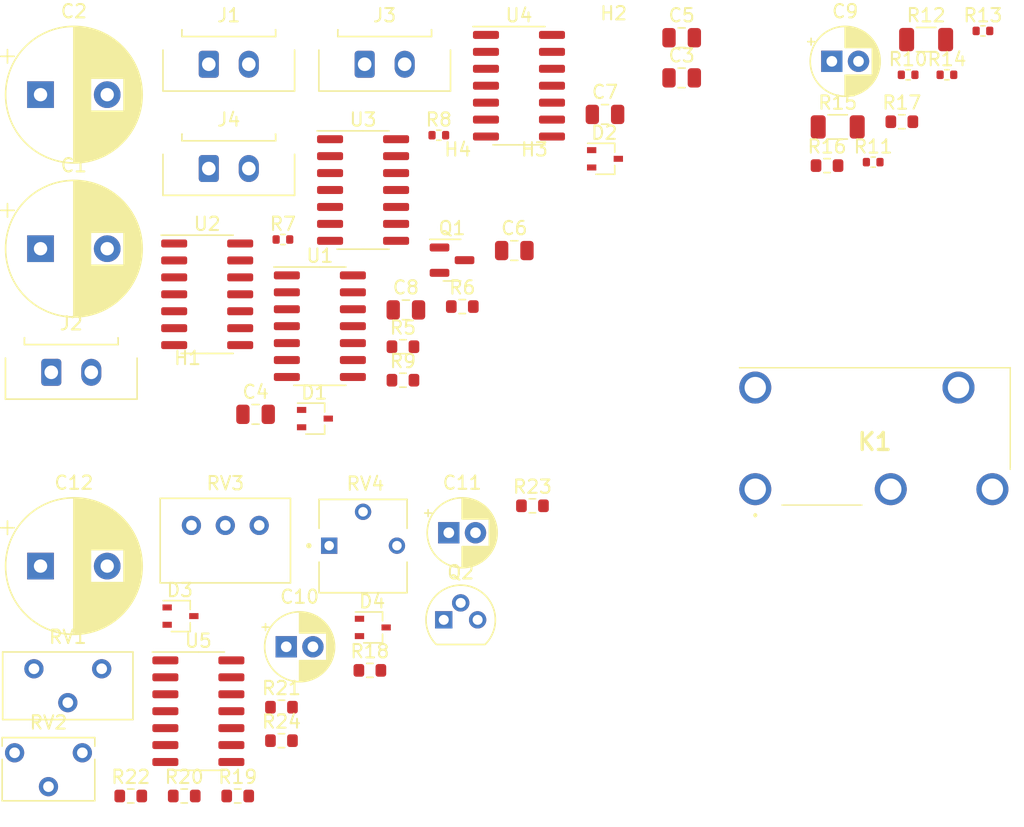
<source format=kicad_pcb>
(kicad_pcb (version 20211014) (generator pcbnew)
  (layers (0 "F.Cu" signal) (31 "B.Cu" signal) (34 "B.Paste" user) (35 "F.Paste" user) (36 "B.SilkS" user "B.Silkscreen") (37 "F.SilkS" user "F.Silkscreen") (38 "B.Mask" user) (39 "F.Mask" user) (44 "Edge.Cuts" user))
  (net 0 "")
  (net 1 "+12V")
  (net 2 "GND")
  (net 3 "/Brake Plausibility/CURRENT_SENSE")
  (net 4 "/Brake Plausibility/PRESSURE_SENSE")
  (net 5 "Net-(C9-Pad1)")
  (net 6 "Net-(C10-Pad1)")
  (net 7 "Net-(C11-Pad1)")
  (net 8 "Net-(C12-Pad1)")
  (net 9 "Net-(D1-Pad1)")
  (net 11 "/SCS Check/~{SCS_ERROR_LATCHED}")
  (net 12 "Net-(D2-Pad1)")
  (net 15 "/Brake Plausibility/BRAKE_AND_THROTTLE_PRESSED")
  (net 17 "Net-(D4-Pad3)")
  (net 18 "/BPS_SIG")
  (net 19 "/SHUTDOWN_IN")
  (net 20 "/SHUTDOWN_OUT")
  (net 21 "/CT_SIG")
  (net 22 "Net-(Q2-Pad1)")
  (net 23 "/Brake Plausibility/BRAKE_PLAUSIBLE")
  (net 24 "Net-(R10-Pad2)")
  (net 25 "Net-(R11-Pad2)")
  (net 26 "Net-(R13-Pad2)")
  (net 27 "Net-(R14-Pad2)")
  (net 28 "Net-(R16-Pad2)")
  (net 29 "Net-(R18-Pad2)")
  (net 30 "Net-(R19-Pad1)")
  (net 31 "Net-(R20-Pad2)")
  (net 32 "Net-(R21-Pad1)")
  (net 33 "Net-(RV1-Pad2)")
  (net 34 "Net-(RV2-Pad2)")
  (net 37 "Net-(U3-Pad4)")
  (net 38 "/SCS Check/POR")
  (net 40 "/SCS Check/SCS_ERROR")
  (footprint "Resistor_SMD:R_0603_1608Metric" (layer "F.Cu") (at 130.917354 130.956)
    (fp_text reference "R20" (at 0 -1.43) (layer "F.SilkS"))
    (fp_text value "0")
    (pad "1" smd roundrect (at -0.825 0) (size 0.8 0.95) (layers "F.Cu" "F.Paste" "F.Mask") (net 1 "+12V"))
    (pad "2" smd roundrect (at 0.825 0) (size 0.8 0.95) (layers "F.Cu" "F.Paste" "F.Mask") (net 31 "Net-(R20-Pad2)"))
  )
  (footprint "MountingHole:MountingHole_2.1mm" (layer "F.Cu") (at 157.177354 85.676)
    (fp_text reference "H3" (at 0 -3.2) (layer "F.SilkS"))
    (fp_text value "MountingHole")
    (pad "" np_thru_hole circle (at 0 0) (size 2.1 2.1) (drill 2.1) (layers *.Cu *.Mask))
  )
  (footprint "Resistor_SMD:R_0603_1608Metric" (layer "F.Cu") (at 151.767354 94.256)
    (fp_text reference "R6" (at 0 -1.43) (layer "F.SilkS"))
    (fp_text value "100k")
    (pad "1" smd roundrect (at -0.825 0) (size 0.8 0.95) (layers "F.Cu" "F.Paste" "F.Mask") (net 2 "GND"))
    (pad "2" smd roundrect (at 0.825 0) (size 0.8 0.95) (layers "F.Cu" "F.Paste" "F.Mask") (net 18 "/BPS_SIG"))
  )
  (footprint "Package_TO_SOT_SMD:SOT-323_SC-70" (layer "F.Cu") (at 145.057354 118.316)
    (fp_text reference "D4" (at -0.05 -1.95) (layer "F.SilkS"))
    (fp_text value "BAT54W")
    (pad "1" smd rect (at -1 -0.65 270) (size 0.45 0.7) (layers "F.Cu" "F.Paste" "F.Mask") (net 8 "Net-(C12-Pad1)"))
    (pad "2" smd rect (at -1 0.65 270) (size 0.45 0.7) (layers "F.Cu" "F.Paste" "F.Mask"))
    (pad "3" smd rect (at 1 0 270) (size 0.45 0.7) (layers "F.Cu" "F.Paste" "F.Mask") (net 17 "Net-(D4-Pad3)"))
  )
  (footprint "Package_SO:SOIC-14_3.9x8.7mm_P1.27mm" (layer "F.Cu") (at 131.977354 124.596)
    (fp_text reference "U5" (at 0 -5.28) (layer "F.SilkS"))
    (fp_text value "LM339")
    (pad "1" smd roundrect (at -2.475 -3.81) (size 1.95 0.6) (layers "F.Cu" "F.Paste" "F.Mask") (net 15 "/Brake Plausibility/BRAKE_AND_THROTTLE_PRESSED"))
    (pad "2" smd roundrect (at -2.475 -2.54) (size 1.95 0.6) (layers "F.Cu" "F.Paste" "F.Mask") (net 15 "/Brake Plausibility/BRAKE_AND_THROTTLE_PRESSED"))
    (pad "3" smd roundrect (at -2.475 -1.27) (size 1.95 0.6) (layers "F.Cu" "F.Paste" "F.Mask"))
    (pad "4" smd roundrect (at -2.475 0) (size 1.95 0.6) (layers "F.Cu" "F.Paste" "F.Mask") (net 33 "Net-(RV1-Pad2)"))
    (pad "5" smd roundrect (at -2.475 1.27) (size 1.95 0.6) (layers "F.Cu" "F.Paste" "F.Mask") (net 3 "/Brake Plausibility/CURRENT_SENSE"))
    (pad "6" smd roundrect (at -2.475 2.54) (size 1.95 0.6) (layers "F.Cu" "F.Paste" "F.Mask") (net 34 "Net-(RV2-Pad2)"))
    (pad "7" smd roundrect (at -2.475 3.81) (size 1.95 0.6) (layers "F.Cu" "F.Paste" "F.Mask") (net 4 "/Brake Plausibility/PRESSURE_SENSE"))
    (pad "8" smd roundrect (at 2.475 3.81) (size 1.95 0.6) (layers "F.Cu" "F.Paste" "F.Mask"))
    (pad "9" smd roundrect (at 2.475 2.54) (size 1.95 0.6) (layers "F.Cu" "F.Paste" "F.Mask"))
    (pad "10" smd roundrect (at 2.475 1.27) (size 1.95 0.6) (layers "F.Cu" "F.Paste" "F.Mask"))
    (pad "11" smd roundrect (at 2.475 0) (size 1.95 0.6) (layers "F.Cu" "F.Paste" "F.Mask"))
    (pad "12" smd roundrect (at 2.475 -1.27) (size 1.95 0.6) (layers "F.Cu" "F.Paste" "F.Mask"))
    (pad "13" smd roundrect (at 2.475 -2.54) (size 1.95 0.6) (layers "F.Cu" "F.Paste" "F.Mask"))
    (pad "14" smd roundrect (at 2.475 -3.81) (size 1.95 0.6) (layers "F.Cu" "F.Paste" "F.Mask"))
  )
  (footprint "Capacitor_THT:CP_Radial_D5.0mm_P2.00mm" (layer "F.Cu") (at 138.567129 119.766)
    (fp_text reference "C10" (at 1 -3.75) (layer "F.SilkS"))
    (fp_text value "10u")
    (pad "1" thru_hole rect (at 0 0) (size 1.6 1.6) (drill 0.8) (layers *.Cu *.Mask) (net 6 "Net-(C10-Pad1)"))
    (pad "2" thru_hole circle (at 2 0) (size 1.6 1.6) (drill 0.8) (layers *.Cu *.Mask) (net 2 "GND"))
  )
  (footprint "Resistor_SMD:R_0603_1608Metric" (layer "F.Cu") (at 179.117354 83.686)
    (fp_text reference "R16" (at 0 -1.43) (layer "F.SilkS"))
    (fp_text value "10k")
    (pad "1" smd roundrect (at -0.825 0) (size 0.8 0.95) (layers "F.Cu" "F.Paste" "F.Mask") (net 1 "+12V"))
    (pad "2" smd roundrect (at 0.825 0) (size 0.8 0.95) (layers "F.Cu" "F.Paste" "F.Mask") (net 28 "Net-(R16-Pad2)"))
  )
  (footprint "Connector_Molex:Molex_Micro-Fit_3.0_43650-0215_1x02_P3.00mm_Vertical" (layer "F.Cu") (at 132.757354 76.086)
    (fp_text reference "J1" (at 1.5 -3.67) (layer "F.SilkS"))
    (fp_text value "Brake Pressure")
    (pad "" np_thru_hole circle (at -3 -1.96) (size 1.27 1.27) (drill 1.27) (layers *.Cu *.Mask))
    (pad "" np_thru_hole circle (at 6 -1.96) (size 1.27 1.27) (drill 1.27) (layers *.Cu *.Mask))
    (pad "1" thru_hole roundrect (at 0 0) (size 1.5 2.02) (drill 1.02) (layers *.Cu *.Mask) (roundrect_rratio 0.166667) (net 18 "/BPS_SIG"))
    (pad "2" thru_hole oval (at 3 0) (size 1.5 2.02) (drill 1.02) (layers *.Cu *.Mask) (net 18 "/BPS_SIG"))
  )
  (footprint "Resistor_SMD:R_0603_1608Metric" (layer "F.Cu") (at 138.207354 126.806)
    (fp_text reference "R24" (at 0 -1.43) (layer "F.SilkS"))
    (fp_text value "10k")
    (pad "1" smd roundrect (at -0.825 0) (size 0.8 0.95) (layers "F.Cu" "F.Paste" "F.Mask") (net 7 "Net-(C11-Pad1)"))
    (pad "2" smd roundrect (at 0.825 0) (size 0.8 0.95) (layers "F.Cu" "F.Paste" "F.Mask") (net 22 "Net-(Q2-Pad1)"))
  )
  (footprint "Package_TO_SOT_SMD:SOT-323_SC-70" (layer "F.Cu") (at 130.637354 117.466)
    (fp_text reference "D3" (at -0.05 -1.95) (layer "F.SilkS"))
    (fp_text value "BAT54W")
    (pad "1" smd rect (at -1 -0.65 270) (size 0.45 0.7) (layers "F.Cu" "F.Paste" "F.Mask") (net 6 "Net-(C10-Pad1)"))
    (pad "2" smd rect (at -1 0.65 270) (size 0.45 0.7) (layers "F.Cu" "F.Paste" "F.Mask"))
    (pad "3" smd rect (at 1 0 270) (size 0.45 0.7) (layers "F.Cu" "F.Paste" "F.Mask") (net 15 "/Brake Plausibility/BRAKE_AND_THROTTLE_PRESSED"))
  )
  (footprint "Resistor_SMD:R_0603_1608Metric" (layer "F.Cu") (at 184.727354 80.396)
    (fp_text reference "R17" (at 0 -1.43) (layer "F.SilkS"))
    (fp_text value "100k")
    (pad "1" smd roundrect (at -0.825 0) (size 0.8 0.95) (layers "F.Cu" "F.Paste" "F.Mask") (net 1 "+12V"))
    (pad "2" smd roundrect (at 0.825 0) (size 0.8 0.95) (layers "F.Cu" "F.Paste" "F.Mask") (net 5 "Net-(C9-Pad1)"))
  )
  (footprint "Package_SO:SOIC-14_3.9x8.7mm_P1.27mm" (layer "F.Cu") (at 144.327354 85.516)
    (fp_text reference "U3" (at 0 -5.28) (layer "F.SilkS"))
    (fp_text value "40106")
    (pad "1" smd roundrect (at -2.475 -3.81) (size 1.95 0.6) (layers "F.Cu" "F.Paste" "F.Mask") (net 6 "Net-(C10-Pad1)"))
    (pad "2" smd roundrect (at -2.475 -2.54) (size 1.95 0.6) (layers "F.Cu" "F.Paste" "F.Mask") (net 17 "Net-(D4-Pad3)"))
    (pad "3" smd roundrect (at -2.475 -1.27) (size 1.95 0.6) (layers "F.Cu" "F.Paste" "F.Mask") (net 8 "Net-(C12-Pad1)"))
    (pad "4" smd roundrect (at -2.475 0) (size 1.95 0.6) (layers "F.Cu" "F.Paste" "F.Mask") (net 37 "Net-(U3-Pad4)"))
    (pad "5" smd roundrect (at -2.475 1.27) (size 1.95 0.6) (layers "F.Cu" "F.Paste" "F.Mask") (net 37 "Net-(U3-Pad4)"))
    (pad "6" smd roundrect (at -2.475 2.54) (size 1.95 0.6) (layers "F.Cu" "F.Paste" "F.Mask") (net 23 "/Brake Plausibility/BRAKE_PLAUSIBLE"))
    (pad "7" smd roundrect (at -2.475 3.81) (size 1.95 0.6) (layers "F.Cu" "F.Paste" "F.Mask") (net 2 "GND"))
    (pad "8" smd roundrect (at 2.475 3.81) (size 1.95 0.6) (layers "F.Cu" "F.Paste" "F.Mask") (net 38 "/SCS Check/POR"))
    (pad "9" smd roundrect (at 2.475 2.54) (size 1.95 0.6) (layers "F.Cu" "F.Paste" "F.Mask") (net 5 "Net-(C9-Pad1)"))
    (pad "10" smd roundrect (at 2.475 1.27) (size 1.95 0.6) (layers "F.Cu" "F.Paste" "F.Mask"))
    (pad "11" smd roundrect (at 2.475 0) (size 1.95 0.6) (layers "F.Cu" "F.Paste" "F.Mask") (net 2 "GND"))
    (pad "12" smd roundrect (at 2.475 -1.27) (size 1.95 0.6) (layers "F.Cu" "F.Paste" "F.Mask") (net 40 "/SCS Check/SCS_ERROR"))
    (pad "13" smd roundrect (at 2.475 -2.54) (size 1.95 0.6) (layers "F.Cu" "F.Paste" "F.Mask") (net 28 "Net-(R16-Pad2)"))
    (pad "14" smd roundrect (at 2.475 -3.81) (size 1.95 0.6) (layers "F.Cu" "F.Paste" "F.Mask") (net 1 "+12V"))
  )
  (footprint "Package_TO_SOT_THT:TO-92" (layer "F.Cu") (at 150.377354 117.746)
    (fp_text reference "Q2" (at 1.27 -3.56) (layer "F.SilkS"))
    (fp_text value "Q_PNP_BCE")
    (pad "1" thru_hole rect (at 0 0) (size 1.3 1.3) (drill 0.75) (layers *.Cu *.Mask) (net 22 "Net-(Q2-Pad1)"))
    (pad "2" thru_hole circle (at 1.27 -1.27) (size 1.3 1.3) (drill 0.75) (layers *.Cu *.Mask) (net 8 "Net-(C12-Pad1)"))
    (pad "3" thru_hole circle (at 2.54 0) (size 1.3 1.3) (drill 0.75) (layers *.Cu *.Mask) (net 1 "+12V"))
  )
  (footprint "Resistor_SMD:R_1206_3216Metric" (layer "F.Cu") (at 186.547354 74.236)
    (fp_text reference "R12" (at 0 -1.82) (layer "F.SilkS"))
    (fp_text value "47")
    (pad "1" smd roundrect (at -1.4625 0) (size 1.125 1.75) (layers "F.Cu" "F.Paste" "F.Mask") (roundrect_rratio 0.222222) (net 25 "Net-(R11-Pad2)"))
    (pad "2" smd roundrect (at 1.4625 0) (size 1.125 1.75) (layers "F.Cu" "F.Paste" "F.Mask") (roundrect_rratio 0.222222) (net 2 "GND"))
  )
  (footprint "Resistor_SMD:R_0402_1005Metric" (layer "F.Cu") (at 138.317354 89.226)
    (fp_text reference "R7" (at 0 -1.17) (layer "F.SilkS"))
    (fp_text value "1k")
    (pad "1" smd roundrect (at -0.51 0) (size 0.54 0.64) (layers "F.Cu" "F.Paste" "F.Mask") (net 21 "/CT_SIG"))
    (pad "2" smd roundrect (at 0.51 0) (size 0.54 0.64) (layers "F.Cu" "F.Paste" "F.Mask") (net 3 "/Brake Plausibility/CURRENT_SENSE"))
  )
  (footprint "Package_TO_SOT_SMD:SOT-323_SC-70" (layer "F.Cu") (at 162.467354 83.176)
    (fp_text reference "D2" (at -0.05 -1.95) (layer "F.SilkS"))
    (fp_text value "BAT54W")
    (pad "1" smd rect (at -1 -0.65 270) (size 0.45 0.7) (layers "F.Cu" "F.Paste" "F.Mask") (net 12 "Net-(D2-Pad1)"))
    (pad "2" smd rect (at -1 0.65 270) (size 0.45 0.7) (layers "F.Cu" "F.Paste" "F.Mask"))
    (pad "3" smd rect (at 1 0 270) (size 0.45 0.7) (layers "F.Cu" "F.Paste" "F.Mask") (net 1 "+12V"))
  )
  (footprint "Capacitor_THT:CP_Radial_D10.0mm_P5.00mm" (layer "F.Cu") (at 120.142 89.916)
    (fp_text reference "C1" (at 2.5 -6.25) (layer "F.SilkS"))
    (fp_text value "470u")
    (pad "1" thru_hole rect (at 0 0) (size 2 2) (drill 1) (layers *.Cu *.Mask) (net 1 "+12V"))
    (pad "2" thru_hole circle (at 5 0) (size 2 2) (drill 1) (layers *.Cu *.Mask) (net 2 "GND"))
  )
  (footprint "Capacitor_THT:CP_Radial_D5.0mm_P2.00mm" (layer "F.Cu") (at 150.757129 111.216)
    (fp_text reference "C11" (at 1 -3.75) (layer "F.SilkS"))
    (fp_text value "10u")
    (pad "1" thru_hole rect (at 0 0) (size 1.6 1.6) (drill 0.8) (layers *.Cu *.Mask) (net 7 "Net-(C11-Pad1)"))
    (pad "2" thru_hole circle (at 2 0) (size 1.6 1.6) (drill 0.8) (layers *.Cu *.Mask) (net 2 "GND"))
  )
  (footprint "Capacitor_THT:CP_Radial_D10.0mm_P5.00mm" (layer "F.Cu") (at 120.142 113.716)
    (fp_text reference "C12" (at 2.5 -6.25) (layer "F.SilkS"))
    (fp_text value "100u")
    (pad "1" thru_hole rect (at 0 0) (size 2 2) (drill 1) (layers *.Cu *.Mask) (net 8 "Net-(C12-Pad1)"))
    (pad "2" thru_hole circle (at 5 0) (size 2 2) (drill 1) (layers *.Cu *.Mask) (net 2 "GND"))
  )
  (footprint "Package_SO:SOIC-14_3.9x8.7mm_P1.27mm" (layer "F.Cu") (at 141.087354 95.726)
    (fp_text reference "U1" (at 0 -5.28) (layer "F.SilkS"))
    (fp_text value "LM339")
    (pad "1" smd roundrect (at -2.475 -3.81) (size 1.95 0.6) (layers "F.Cu" "F.Paste" "F.Mask") (net 28 "Net-(R16-Pad2)"))
    (pad "2" smd roundrect (at -2.475 -2.54) (size 1.95 0.6) (layers "F.Cu" "F.Paste" "F.Mask") (net 28 "Net-(R16-Pad2)"))
    (pad "3" smd roundrect (at -2.475 -1.27) (size 1.95 0.6) (layers "F.Cu" "F.Paste" "F.Mask") (net 1 "+12V"))
    (pad "4" smd roundrect (at -2.475 0) (size 1.95 0.6) (layers "F.Cu" "F.Paste" "F.Mask") (net 3 "/Brake Plausibility/CURRENT_SENSE"))
    (pad "5" smd roundrect (at -2.475 1.27) (size 1.95 0.6) (layers "F.Cu" "F.Paste" "F.Mask") (net 24 "Net-(R10-Pad2)"))
    (pad "6" smd roundrect (at -2.475 2.54) (size 1.95 0.6) (layers "F.Cu" "F.Paste" "F.Mask") (net 25 "Net-(R11-Pad2)"))
    (pad "7" smd roundrect (at -2.475 3.81) (size 1.95 0.6) (layers "F.Cu" "F.Paste" "F.Mask") (net 3 "/Brake Plausibility/CURRENT_SENSE"))
    (pad "8" smd roundrect (at 2.475 3.81) (size 1.95 0.6) (layers "F.Cu" "F.Paste" "F.Mask") (net 1 "+12V"))
    (pad "9" smd roundrect (at 2.475 2.54) (size 1.95 0.6) (layers "F.Cu" "F.Paste" "F.Mask") (net 2 "GND"))
    (pad "10" smd roundrect (at 2.475 1.27) (size 1.95 0.6) (layers "F.Cu" "F.Paste" "F.Mask") (net 1 "+12V"))
    (pad "11" smd roundrect (at 2.475 0) (size 1.95 0.6) (layers "F.Cu" "F.Paste" "F.Mask") (net 2 "GND"))
    (pad "12" smd roundrect (at 2.475 -1.27) (size 1.95 0.6) (layers "F.Cu" "F.Paste" "F.Mask") (net 2 "GND"))
    (pad "13" smd roundrect (at 2.475 -2.54) (size 1.95 0.6) (layers "F.Cu" "F.Paste" "F.Mask"))
    (pad "14" smd roundrect (at 2.475 -3.81) (size 1.95 0.6) (layers "F.Cu" "F.Paste" "F.Mask"))
  )
  (footprint "Package_SO:SOIC-14_3.9x8.7mm_P1.27mm" (layer "F.Cu") (at 156.017354 77.696)
    (fp_text reference "U4" (at 0 -5.28) (layer "F.SilkS"))
    (fp_text value "4013")
    (pad "1" smd roundrect (at -2.475 -3.81) (size 1.95 0.6) (layers "F.Cu" "F.Paste" "F.Mask"))
    (pad "2" smd roundrect (at -2.475 -2.54) (size 1.95 0.6) (layers "F.Cu" "F.Paste" "F.Mask") (net 11 "/SCS Check/~{SCS_ERROR_LATCHED}"))
    (pad "3" smd roundrect (at -2.475 -1.27) (size 1.95 0.6) (layers "F.Cu" "F.Paste" "F.Mask") (net 2 "GND"))
    (pad "4" smd roundrect (at -2.475 0) (size 1.95 0.6) (layers "F.Cu" "F.Paste" "F.Mask") (net 38 "/SCS Check/POR"))
    (pad "5" smd roundrect (at -2.475 1.27) (size 1.95 0.6) (layers "F.Cu" "F.Paste" "F.Mask") (net 2 "GND"))
    (pad "6" smd roundrect (at -2.475 2.54) (size 1.95 0.6) (layers "F.Cu" "F.Paste" "F.Mask") (net 40 "/SCS Check/SCS_ERROR"))
    (pad "7" smd roundrect (at -2.475 3.81) (size 1.95 0.6) (layers "F.Cu" "F.Paste" "F.Mask") (net 2 "GND"))
    (pad "8" smd roundrect (at 2.475 3.81) (size 1.95 0.6) (layers "F.Cu" "F.Paste" "F.Mask") (net 2 "GND"))
    (pad "9" smd roundrect (at 2.475 2.54) (size 1.95 0.6) (layers "F.Cu" "F.Paste" "F.Mask") (net 2 "GND"))
    (pad "10" smd roundrect (at 2.475 1.27) (size 1.95 0.6) (layers "F.Cu" "F.Paste" "F.Mask") (net 2 "GND"))
    (pad "11" smd roundrect (at 2.475 0) (size 1.95 0.6) (layers "F.Cu" "F.Paste" "F.Mask") (net 2 "GND"))
    (pad "12" smd roundrect (at 2.475 -1.27) (size 1.95 0.6) (layers "F.Cu" "F.Paste" "F.Mask"))
    (pad "13" smd roundrect (at 2.475 -2.54) (size 1.95 0.6) (layers "F.Cu" "F.Paste" "F.Mask"))
    (pad "14" smd roundrect (at 2.475 -3.81) (size 1.95 0.6) (layers "F.Cu" "F.Paste" "F.Mask") (net 1 "+12V"))
  )
  (footprint "Capacitor_SMD:C_0805_2012Metric" (layer "F.Cu") (at 168.217354 77.106)
    (fp_text reference "C3" (at 0 -1.68) (layer "F.SilkS"))
    (fp_text value "100n")
    (pad "1" smd roundrect (at -0.95 0) (size 1 1.45) (layers "F.Cu" "F.Paste" "F.Mask") (net 1 "+12V"))
    (pad "2" smd roundrect (at 0.95 0) (size 1 1.45) (layers "F.Cu" "F.Paste" "F.Mask") (net 2 "GND"))
  )
  (footprint "SUFTS:G5Q1EU12DC" (layer "F.Cu") (at 173.736 107.95)
    (fp_text reference "K1" (at 8.96 -3.555) (layer "F.SilkS") (effects (font (size 1.27 1.27) (thickness 0.254))))
    (fp_text value "G5Q-1EU DC12" hide)
    (pad "1" thru_hole circle locked (at 0 0) (size 2.4 2.4) (drill 1.6) (layers *.Cu *.Mask) (net 12 "Net-(D2-Pad1)"))
    (pad "2" thru_hole circle locked (at 10.16 0) (size 2.4 2.4) (drill 1.6) (layers *.Cu *.Mask) (net 20 "/SHUTDOWN_OUT"))
    (pad "3" thru_hole circle locked (at 17.78 0) (size 2.4 2.4) (drill 1.6) (layers *.Cu *.Mask) (net 19 "/SHUTDOWN_IN"))
    (pad "4" thru_hole circle locked (at 15.24 -7.62) (size 2.4 2.4) (drill 1.6) (layers *.Cu *.Mask))
    (pad "5" thru_hole circle locked (at 0 -7.62) (size 2.4 2.4) (drill 1.6) (layers *.Cu *.Mask) (net 1 "+12V"))
  )
  (footprint "Resistor_SMD:R_1206_3216Metric" (layer "F.Cu") (at 179.917354 80.786)
    (fp_text reference "R15" (at 0 -1.82) (layer "F.SilkS"))
    (fp_text value "47")
    (pad "1" smd roundrect (at -1.4625 0) (size 1.125 1.75) (layers "F.Cu" "F.Paste" "F.Mask") (roundrect_rratio 0.222222) (net 27 "Net-(R14-Pad2)"))
    (pad "2" smd roundrect (at 1.4625 0) (size 1.125 1.75) (layers "F.Cu" "F.Paste" "F.Mask") (roundrect_rratio 0.222222) (net 2 "GND"))
  )
  (footprint "Capacitor_THT:CP_Radial_D10.0mm_P5.00mm" (layer "F.Cu") (at 120.142 78.366)
    (fp_text reference "C2" (at 2.5 -6.25) (layer "F.SilkS"))
    (fp_text value "470u")
    (pad "1" thru_hole rect (at 0 0) (size 2 2) (drill 1) (layers *.Cu *.Mask) (net 1 "+12V"))
    (pad "2" thru_hole circle (at 5 0) (size 2 2) (drill 1) (layers *.Cu *.Mask) (net 2 "GND"))
  )
  (footprint "Capacitor_SMD:C_0805_2012Metric" (layer "F.Cu") (at 136.267354 102.336)
    (fp_text reference "C4" (at 0 -1.68) (layer "F.SilkS"))
    (fp_text value "100n")
    (pad "1" smd roundrect (at -0.95 0) (size 1 1.45) (layers "F.Cu" "F.Paste" "F.Mask") (net 1 "+12V"))
    (pad "2" smd roundrect (at 0.95 0) (size 1 1.45) (layers "F.Cu" "F.Paste" "F.Mask") (net 2 "GND"))
  )
  (footprint "Resistor_SMD:R_0402_1005Metric" (layer "F.Cu") (at 190.807354 73.586)
    (fp_text reference "R13" (at 0 -1.17) (layer "F.SilkS"))
    (fp_text value "2.7k")
    (pad "1" smd roundrect (at -0.51 0) (size 0.54 0.64) (layers "F.Cu" "F.Paste" "F.Mask") (net 1 "+12V"))
    (pad "2" smd roundrect (at 0.51 0) (size 0.54 0.64) (layers "F.Cu" "F.Paste" "F.Mask") (net 26 "Net-(R13-Pad2)"))
  )
  (footprint "Capacitor_SMD:C_0805_2012Metric" (layer "F.Cu") (at 168.217354 74.096)
    (fp_text reference "C5" (at 0 -1.68) (layer "F.SilkS"))
    (fp_text value "100n")
    (pad "1" smd roundrect (at -0.95 0) (size 1 1.45) (layers "F.Cu" "F.Paste" "F.Mask") (net 3 "/Brake Plausibility/CURRENT_SENSE"))
    (pad "2" smd roundrect (at 0.95 0) (size 1 1.45) (layers "F.Cu" "F.Paste" "F.Mask") (net 2 "GND"))
  )
  (footprint "Potentiometer_THT:Potentiometer_Bourns_3266W_Vertical" (layer "F.Cu") (at 123.277354 127.716)
    (fp_text reference "RV2" (at -2.54 -2.27) (layer "F.SilkS"))
    (fp_text value "10k")
    (pad "1" thru_hole circle (at 0 0) (size 1.44 1.44) (drill 0.8) (layers *.Cu *.Mask) (net 31 "Net-(R20-Pad2)"))
    (pad "2" thru_hole circle (at -2.54 2.54) (size 1.44 1.44) (drill 0.8) (layers *.Cu *.Mask) (net 34 "Net-(RV2-Pad2)"))
    (pad "3" thru_hole circle (at -5.08 0) (size 1.44 1.44) (drill 0.8) (layers *.Cu *.Mask) (net 32 "Net-(R21-Pad1)"))
  )
  (footprint "Resistor_SMD:R_0603_1608Metric" (layer "F.Cu") (at 134.927354 130.956)
    (fp_text reference "R19" (at 0 -1.43) (layer "F.SilkS"))
    (fp_text value "0")
    (pad "1" smd roundrect (at -0.825 0) (size 0.8 0.95) (layers "F.Cu" "F.Paste" "F.Mask") (net 30 "Net-(R19-Pad1)"))
    (pad "2" smd roundrect (at 0.825 0) (size 0.8 0.95) (layers "F.Cu" "F.Paste" "F.Mask") (net 2 "GND"))
  )
  (footprint "Package_TO_SOT_SMD:SOT-323_SC-70" (layer "F.Cu") (at 140.717354 102.656)
    (fp_text reference "D1" (at -0.05 -1.95) (layer "F.SilkS"))
    (fp_text value "BAT54W")
    (pad "1" smd rect (at -1 -0.65 270) (size 0.45 0.7) (layers "F.Cu" "F.Paste" "F.Mask") (net 9 "Net-(D1-Pad1)"))
    (pad "2" smd rect (at -1 0.65 270) (size 0.45 0.7) (layers "F.Cu" "F.Paste" "F.Mask"))
    (pad "3" smd rect (at 1 0 270) (size 0.45 0.7) (layers "F.Cu" "F.Paste" "F.Mask") (net 11 "/SCS Check/~{SCS_ERROR_LATCHED}"))
  )
  (footprint "Resistor_SMD:R_0402_1005Metric" (layer "F.Cu") (at 185.197354 76.876)
    (fp_text reference "R10" (at 0 -1.17) (layer "F.SilkS"))
    (fp_text value "2.7k")
    (pad "1" smd roundrect (at -0.51 0) (size 0.54 0.64) (layers "F.Cu" "F.Paste" "F.Mask") (net 1 "+12V"))
    (pad "2" smd roundrect (at 0.51 0) (size 0.54 0.64) (layers "F.Cu" "F.Paste" "F.Mask") (net 24 "Net-(R10-Pad2)"))
  )
  (footprint "MountingHole:MountingHole_2.1mm" (layer "F.Cu") (at 131.167354 101.316)
    (fp_text reference "H1" (at 0 -3.2) (layer "F.SilkS"))
    (fp_text value "MountingHole")
    (pad "" np_thru_hole circle (at 0 0) (size 2.1 2.1) (drill 2.1) (layers *.Cu *.Mask))
  )
  (footprint "Resistor_SMD:R_0603_1608Metric" (layer "F.Cu") (at 147.317354 97.266)
    (fp_text reference "R5" (at 0 -1.43) (layer "F.SilkS"))
    (fp_text value "100k")
    (pad "1" smd roundrect (at -0.825 0) (size 0.8 0.95) (layers "F.Cu" "F.Paste" "F.Mask") (net 2 "GND"))
    (pad "2" smd roundrect (at 0.825 0) (size 0.8 0.95) (layers "F.Cu" "F.Paste" "F.Mask") (net 21 "/CT_SIG"))
  )
  (footprint "Resistor_SMD:R_0603_1608Metric" (layer "F.Cu") (at 144.837354 121.536)
    (fp_text reference "R18" (at 0 -1.43) (layer "F.SilkS"))
    (fp_text value "10k")
    (pad "1" smd roundrect (at -0.825 0) (size 0.8 0.95) (layers "F.Cu" "F.Paste" "F.Mask") (net 1 "+12V"))
    (pad "2" smd roundrect (at 0.825 0) (size 0.8 0.95) (layers "F.Cu" "F.Paste" "F.Mask") (net 29 "Net-(R18-Pad2)"))
  )
  (footprint "Connector_Molex:Molex_Micro-Fit_3.0_43650-0215_1x02_P3.00mm_Vertical" (layer "F.Cu") (at 120.947354 99.186)
    (fp_text reference "J2" (at 1.5 -3.67) (layer "F.SilkS"))
    (fp_text value "Power")
    (pad "" np_thru_hole circle (at 6 -1.96) (size 1.27 1.27) (drill 1.27) (layers *.Cu *.Mask))
    (pad "" np_thru_hole circle (at -3 -1.96) (size 1.27 1.27) (drill 1.27) (layers *.Cu *.Mask))
    (pad "1" thru_hole roundrect (at 0 0) (size 1.5 2.02) (drill 1.02) (layers *.Cu *.Mask) (roundrect_rratio 0.166667) (net 1 "+12V"))
    (pad "2" thru_hole oval (at 3 0) (size 1.5 2.02) (drill 1.02) (layers *.Cu *.Mask) (net 2 "GND"))
  )
  (footprint "Package_TO_SOT_SMD:SOT-23" (layer "F.Cu") (at 150.997354 90.776)
    (fp_text reference "Q1" (at 0 -2.4) (layer "F.SilkS"))
    (fp_text value "XP262N7002TR-G")
    (pad "1" smd roundrect (at -0.9375 -0.95) (size 1.475 0.6) (layers "F.Cu" "F.Paste" "F.Mask") (net 9 "Net-(D1-Pad1)"))
    (pad "2" smd roundrect (at -0.9375 0.95) (size 1.475 0.6) (layers "F.Cu" "F.Paste" "F.Mask") (net 2 "GND"))
    (pad "3" smd roundrect (at 0.9375 0) (size 1.475 0.6) (layers "F.Cu" "F.Paste" "F.Mask") (net 12 "Net-(D2-Pad1)"))
  )
  (footprint "Capacitor_THT:CP_Radial_D5.0mm_P2.00mm" (layer "F.Cu") (at 179.477129 75.866)
    (fp_text reference "C9" (at 1 -3.75) (layer "F.SilkS"))
    (fp_text value "1u")
    (pad "1" thru_hole rect (at 0 0) (size 1.6 1.6) (drill 0.8) (layers *.Cu *.Mask) (net 5 "Net-(C9-Pad1)"))
    (pad "2" thru_hole circle (at 2 0) (size 1.6 1.6) (drill 0.8) (layers *.Cu *.Mask) (net 2 "GND"))
  )
  (footprint "Capacitor_SMD:C_0805_2012Metric" (layer "F.Cu") (at 155.667354 90.056)
    (fp_text reference "C6" (at 0 -1.68) (layer "F.SilkS"))
    (fp_text value "100n")
    (pad "1" smd roundrect (at -0.95 0) (size 1 1.45) (layers "F.Cu" "F.Paste" "F.Mask") (net 4 "/Brake Plausibility/PRESSURE_SENSE"))
    (pad "2" smd roundrect (at 0.95 0) (size 1 1.45) (layers "F.Cu" "F.Paste" "F.Mask") (net 2 "GND"))
  )
  (footprint "MountingHole:MountingHole_2.1mm" (layer "F.Cu") (at 151.427354 85.676)
    (fp_text reference "H4" (at 0 -3.2) (layer "F.SilkS"))
    (fp_text value "MountingHole")
    (pad "" np_thru_hole circle (at 0 0) (size 2.1 2.1) (drill 2.1) (layers *.Cu *.Mask))
  )
  (footprint "Capacitor_SMD:C_0805_2012Metric" (layer "F.Cu") (at 147.537354 94.506)
    (fp_text reference "C8" (at 0 -1.68) (layer "F.SilkS"))
    (fp_text value "100n")
    (pad "1" smd roundrect (at -0.95 0) (size 1 1.45) (layers "F.Cu" "F.Paste" "F.Mask") (net 1 "+12V"))
    (pad "2" smd roundrect (at 0.95 0) (size 1 1.45) (layers "F.Cu" "F.Paste" "F.Mask") (net 2 "GND"))
  )
  (footprint "Potentiometer_THT:Potentiometer_Bourns_3299W_Vertical" (layer "F.Cu") (at 136.537354 110.666)
    (fp_text reference "RV3" (at -2.54 -3.16) (layer "F.SilkS"))
    (fp_text value "100k")
    (pad "1" thru_hole circle (at 0 0) (size 1.44 1.44) (drill 0.8) (layers *.Cu *.Mask) (net 6 "Net-(C10-Pad1)"))
    (pad "2" thru_hole circle (at -2.54 0) (size 1.44 1.44) (drill 0.8) (layers *.Cu *.Mask) (net 15 "/Brake Plausibility/BRAKE_AND_THROTTLE_PRESSED"))
    (pad "3" thru_hole circle (at -5.08 0) (size 1.44 1.44) (drill 0.8) (layers *.Cu *.Mask) (net 15 "/Brake Plausibility/BRAKE_AND_THROTTLE_PRESSED"))
  )
  (footprint "Resistor_SMD:R_0603_1608Metric" (layer "F.Cu") (at 126.907354 130.956)
    (fp_text reference "R22" (at 0 -1.43) (layer "F.SilkS"))
    (fp_text value "10k")
    (pad "1" smd roundrect (at -0.825 0) (size 0.8 0.95) (layers "F.Cu" "F.Paste" "F.Mask") (net 1 "+12V"))
    (pad "2" smd roundrect (at 0.825 0) (size 0.8 0.95) (layers "F.Cu" "F.Paste" "F.Mask") (net 15 "/Brake Plausibility/BRAKE_AND_THROTTLE_PRESSED"))
  )
  (footprint "Resistor_SMD:R_0402_1005Metric" (layer "F.Cu") (at 188.107354 76.876)
    (fp_text reference "R14" (at 0 -1.17) (layer "F.SilkS"))
    (fp_text value "8.1k")
    (pad "1" smd roundrect (at -0.51 0) (size 0.54 0.64) (layers "F.Cu" "F.Paste" "F.Mask") (net 26 "Net-(R13-Pad2)"))
    (pad "2" smd roundrect (at 0.51 0) (size 0.54 0.64) (layers "F.Cu" "F.Paste" "F.Mask") (net 27 "Net-(R14-Pad2)"))
  )
  (footprint "Resistor_SMD:R_0603_1608Metric" (layer "F.Cu") (at 157.027354 109.196)
    (fp_text reference "R23" (at 0 -1.43) (layer "F.SilkS"))
    (fp_text value "10k")
    (pad "1" smd roundrect (at -0.825 0) (size 0.8 0.95) (layers "F.Cu" "F.Paste" "F.Mask") (net 1 "+12V"))
    (pad "2" smd roundrect (at 0.825 0) (size 0.8 0.95) (layers "F.Cu" "F.Paste" "F.Mask") (net 7 "Net-(C11-Pad1)"))
  )
  (footprint "MountingHole:MountingHole_2.1mm" (layer "F.Cu") (at 163.117354 75.466)
    (fp_text reference "H2" (at 0 -3.2) (layer "F.SilkS"))
    (fp_text value "MountingHole")
    (pad "" np_thru_hole circle (at 0 0) (size 2.1 2.1) (drill 2.1) (layers *.Cu *.Mask))
  )
  (footprint "Resistor_SMD:R_0402_1005Metric" (layer "F.Cu") (at 150.007354 81.406)
    (fp_text reference "R8" (at 0 -1.17) (layer "F.SilkS"))
    (fp_text value "1k")
    (pad "1" smd roundrect (at -0.51 0) (size 0.54 0.64) (layers "F.Cu" "F.Paste" "F.Mask") (net 18 "/BPS_SIG"))
    (pad "2" smd roundrect (at 0.51 0) (size 0.54 0.64) (layers "F.Cu" "F.Paste" "F.Mask") (net 4 "/Brake Plausibility/PRESSURE_SENSE"))
  )
  (footprint "SUFTS:TRIM_3362P-1-304LF" (layer "F.Cu") (at 144.326354 112.186)
    (fp_text reference "RV4" (at 0.17547 -4.64779) (layer "F.SilkS") (effects (font (size 1.002756 1.002756))))
    (fp_text value "270k")
    (pad "1" thru_hole rect locked (at -2.54 0) (size 1.222 1.222) (drill 0.714) (layers *.Cu *.Mask) (net 8 "Net-(C12-Pad1)"))
    (pad "2" thru_hole circle locked (at 0 -2.54) (size 1.222 1.222) (drill 0.714) (layers *.Cu *.Mask) (net 17 "Net-(D4-Pad3)"))
    (pad "3" thru_hole circle locked (at 2.54 0) (size 1.222 1.222) (drill 0.714) (layers *.Cu *.Mask) (net 17 "Net-(D4-Pad3)"))
  )
  (footprint "Capacitor_SMD:C_0805_2012Metric" (layer "F.Cu") (at 162.467354 79.846)
    (fp_text reference "C7" (at 0 -1.68) (layer "F.SilkS"))
    (fp_text value "100n")
    (pad "1" smd roundrect (at -0.95 0) (size 1 1.45) (layers "F.Cu" "F.Paste" "F.Mask") (net 1 "+12V"))
    (pad "2" smd roundrect (at 0.95 0) (size 1 1.45) (layers "F.Cu" "F.Paste" "F.Mask") (net 2 "GND"))
  )
  (footprint "Resistor_SMD:R_0603_1608Metric" (layer "F.Cu") (at 147.317354 99.776)
    (fp_text reference "R9" (at 0 -1.43) (layer "F.SilkS"))
    (fp_text value "10k")
    (pad "1" smd roundrect (at -0.825 0) (size 0.8 0.95) (layers "F.Cu" "F.Paste" "F.Mask") (net 23 "/Brake Plausibility/BRAKE_PLAUSIBLE"))
    (pad "2" smd roundrect (at 0.825 0) (size 0.8 0.95) (layers "F.Cu" "F.Paste" "F.Mask") (net 9 "Net-(D1-Pad1)"))
  )
  (footprint "Potentiometer_THT:Potentiometer_Bourns_3296Y_Vertical" (layer "F.Cu") (at 124.727354 121.416)
    (fp_text reference "RV1" (at -2.54 -2.39) (layer "F.SilkS"))
    (fp_text value "1k")
    (pad "1" thru_hole circle (at 0 0) (size 1.44 1.44) (drill 0.8) (layers *.Cu *.Mask) (net 29 "Net-(R18-Pad2)"))
    (pad "2" thru_hole circle (at -2.54 2.54) (size 1.44 1.44) (drill 0.8) (layers *.Cu *.Mask) (net 33 "Net-(RV1-Pad2)"))
    (pad "3" thru_hole circle (at -5.08 0) (size 1.44 1.44) (drill 0.8) (layers *.Cu *.Mask) (net 30 "Net-(R19-Pad1)"))
  )
  (footprint "Resistor_SMD:R_0402_1005Metric" (layer "F.Cu") (at 182.577354 83.426)
    (fp_text reference "R11" (at 0 -1.17) (layer "F.SilkS"))
    (fp_text value "8.1k")
    (pad "1" smd roundrect (at -0.51 0) (size 0.54 0.64) (layers "F.Cu" "F.Paste" "F.Mask") (net 24 "Net-(R10-Pad2)"))
    (pad "2" smd roundrect (at 0.51 0) (size 0.54 0.64) (layers "F.Cu" "F.Paste" "F.Mask") (net 25 "Net-(R11-Pad2)"))
  )
  (footprint "Connector_Molex:Molex_Micro-Fit_3.0_43650-0215_1x02_P3.00mm_Vertical" (layer "F.Cu") (at 144.447354 76.086)
    (fp_text reference "J3" (at 1.5 -3.67) (layer "F.SilkS"))
    (fp_text value "Shutdown")
    (pad "" np_thru_hole circle (at 6 -1.96) (size 1.27 1.27) (drill 1.27) (layers *.Cu *.Mask))
    (pad "" np_thru_hole circle (at -3 -1.96) (size 1.27 1.27) (drill 1.27) (layers *.Cu *.Mask))
    (pad "1" thru_hole roundrect (at 0 0) (size 1.5 2.02) (drill 1.02) (layers *.Cu *.Mask) (roundrect_rratio 0.166667) (net 19 "/SHUTDOWN_IN"))
    (pad "2" thru_hole oval (at 3 0) (size 1.5 2.02) (drill 1.02) (layers *.Cu *.Mask) (net 20 "/SHUTDOWN_OUT"))
  )
  (footprint "Package_SO:SOIC-14_3.9x8.7mm_P1.27mm" (layer "F.Cu") (at 132.637354 93.336)
    (fp_text reference "U2" (at 0 -5.28) (layer "F.SilkS"))
    (fp_text value "LM339")
    (pad "1" smd roundrect (at -2.475 -3.81) (size 1.95 0.6) (layers "F.Cu" "F.Paste" "F.Mask") (net 28 "Net-(R16-Pad2)"))
    (pad "2" smd roundrect (at -2.475 -2.54) (size 1.95 0.6) (layers "F.Cu" "F.Paste" "F.Mask") (net 28 "Net-(R16-Pad2)"))
    (pad "3" smd roundrect (at -2.475 -1.27) (size 1.95 0.6) (layers "F.Cu" "F.Paste" "F.Mask") (net 1 "+12V"))
    (pad "4" smd roundrect (at -2.475 0) (size 1.95 0.6) (layers "F.Cu" "F.Paste" "F.Mask") (net 4 "/Brake Plausibility/PRESSURE_SENSE"))
    (pad "5" smd roundrect (at -2.475 1.27) (size 1.95 0.6) (layers "F.Cu" "F.Paste" "F.Mask") (net 26 "Net-(R13-Pad2)"))
    (pad "6" smd roundrect (at -2.475 2.54) (size 1.95 0.6) (layers "F.Cu" "F.Paste" "F.Mask") (net 27 "Net-(R14-Pad2)"))
    (pad "7" smd roundrect (at -2.475 3.81) (size 1.95 0.6) (layers "F.Cu" "F.Paste" "F.Mask") (net 4 "/Brake Plausibility/PRESSURE_SENSE"))
    (pad "8" smd roundrect (at 2.475 3.81) (size 1.95 0.6) (layers "F.Cu" "F.Paste" "F.Mask"))
    (pad "9" smd roundrect (at 2.475 2.54) (size 1.95 0.6) (layers "F.Cu" "F.Paste" "F.Mask"))
    (pad "10" smd roundrect (at 2.475 1.27) (size 1.95 0.6) (layers "F.Cu" "F.Paste" "F.Mask"))
    (pad "11" smd roundrect (at 2.475 0) (size 1.95 0.6) (layers "F.Cu" "F.Paste" "F.Mask"))
    (pad "12" smd roundrect (at 2.475 -1.27) (size 1.95 0.6) (layers "F.Cu" "F.Paste" "F.Mask") (net 2 "GND"))
    (pad "13" smd roundrect (at 2.475 -2.54) (size 1.95 0.6) (layers "F.Cu" "F.Paste" "F.Mask"))
    (pad "14" smd roundrect (at 2.475 -3.81) (size 1.95 0.6) (layers "F.Cu" "F.Paste" "F.Mask"))
  )
  (footprint "Connector_Molex:Molex_Micro-Fit_3.0_43650-0215_1x02_P3.00mm_Vertical" (layer "F.Cu") (at 132.757354 83.906)
    (fp_text reference "J4" (at 1.5 -3.67) (layer "F.SilkS"))
    (fp_text value "Current Transducer")
    (pad "" np_thru_hole circle (at -3 -1.96) (size 1.27 1.27) (drill 1.27) (layers *.Cu *.Mask))
    (pad "" np_thru_hole circle (at 6 -1.96) (size 1.27 1.27) (drill 1.27) (layers *.Cu *.Mask))
    (pad "1" thru_hole roundrect (at 0 0) (size 1.5 2.02) (drill 1.02) (layers *.Cu *.Mask) (roundrect_rratio 0.166667) (net 21 "/CT_SIG"))
    (pad "2" thru_hole oval (at 3 0) (size 1.5 2.02) (drill 1.02) (layers *.Cu *.Mask) (net 21 "/CT_SIG"))
  )
  (footprint "Resistor_SMD:R_0603_1608Metric" (layer "F.Cu") (at 138.207354 124.296)
    (fp_text reference "R21" (at 0 -1.43) (layer "F.SilkS"))
    (fp_text value "0")
    (pad "1" smd roundrect (at -0.825 0) (size 0.8 0.95) (layers "F.Cu" "F.Paste" "F.Mask") (net 32 "Net-(R21-Pad1)"))
    (pad "2" smd roundrect (at 0.825 0) (size 0.8 0.95) (layers "F.Cu" "F.Paste" "F.Mask") (net 2 "GND"))
  )
)
</source>
